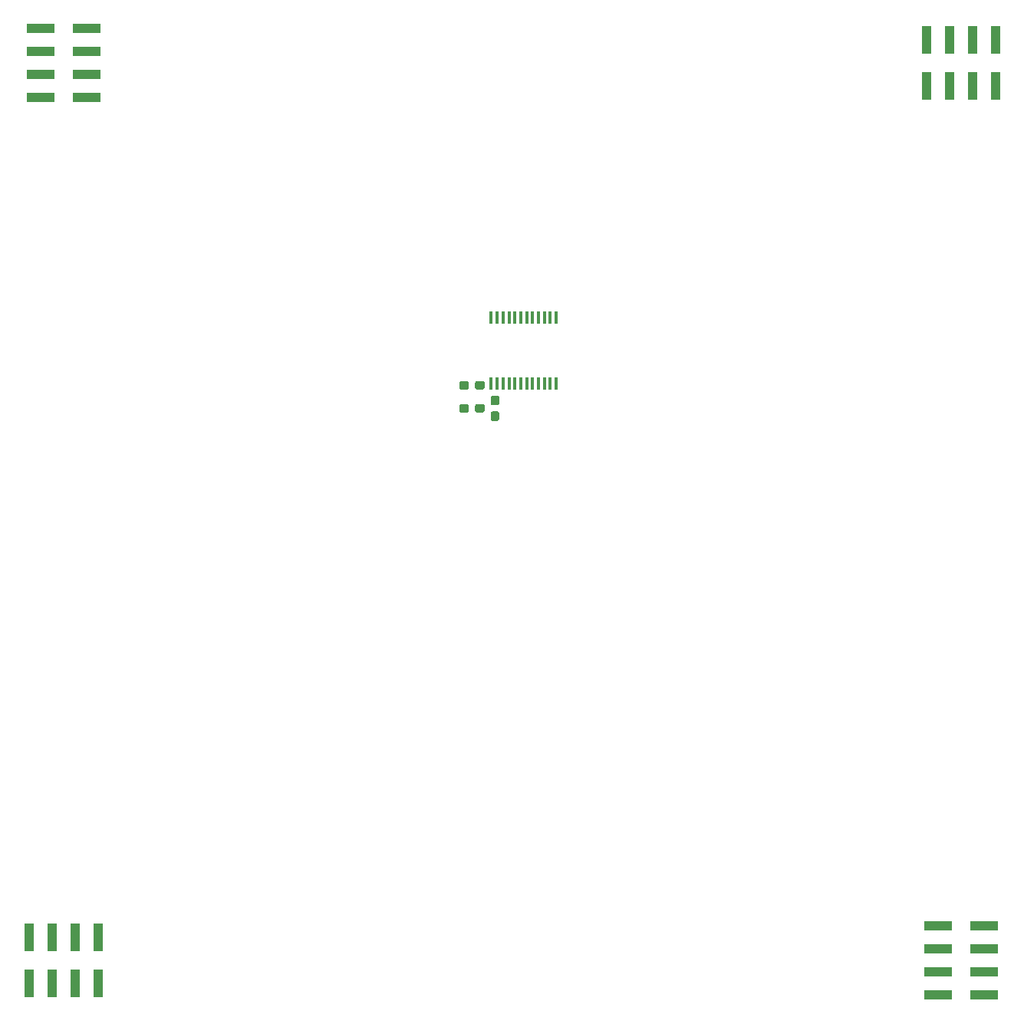
<source format=gbr>
G04 #@! TF.GenerationSoftware,KiCad,Pcbnew,(5.1.5)-3*
G04 #@! TF.CreationDate,2021-04-02T02:22:22+08:00*
G04 #@! TF.ProjectId,FilamentLEDWall,46696c61-6d65-46e7-944c-454457616c6c,rev?*
G04 #@! TF.SameCoordinates,Original*
G04 #@! TF.FileFunction,Paste,Bot*
G04 #@! TF.FilePolarity,Positive*
%FSLAX46Y46*%
G04 Gerber Fmt 4.6, Leading zero omitted, Abs format (unit mm)*
G04 Created by KiCad (PCBNEW (5.1.5)-3) date 2021-04-02 02:22:22*
%MOMM*%
%LPD*%
G04 APERTURE LIST*
%ADD10C,0.100000*%
%ADD11R,1.000000X3.150000*%
%ADD12R,3.150000X1.000000*%
%ADD13R,0.347980X1.397000*%
G04 APERTURE END LIST*
D10*
G36*
X113555779Y-69991144D02*
G01*
X113578834Y-69994563D01*
X113601443Y-70000227D01*
X113623387Y-70008079D01*
X113644457Y-70018044D01*
X113664448Y-70030026D01*
X113683168Y-70043910D01*
X113700438Y-70059562D01*
X113716090Y-70076832D01*
X113729974Y-70095552D01*
X113741956Y-70115543D01*
X113751921Y-70136613D01*
X113759773Y-70158557D01*
X113765437Y-70181166D01*
X113768856Y-70204221D01*
X113770000Y-70227500D01*
X113770000Y-70802500D01*
X113768856Y-70825779D01*
X113765437Y-70848834D01*
X113759773Y-70871443D01*
X113751921Y-70893387D01*
X113741956Y-70914457D01*
X113729974Y-70934448D01*
X113716090Y-70953168D01*
X113700438Y-70970438D01*
X113683168Y-70986090D01*
X113664448Y-70999974D01*
X113644457Y-71011956D01*
X113623387Y-71021921D01*
X113601443Y-71029773D01*
X113578834Y-71035437D01*
X113555779Y-71038856D01*
X113532500Y-71040000D01*
X113057500Y-71040000D01*
X113034221Y-71038856D01*
X113011166Y-71035437D01*
X112988557Y-71029773D01*
X112966613Y-71021921D01*
X112945543Y-71011956D01*
X112925552Y-70999974D01*
X112906832Y-70986090D01*
X112889562Y-70970438D01*
X112873910Y-70953168D01*
X112860026Y-70934448D01*
X112848044Y-70914457D01*
X112838079Y-70893387D01*
X112830227Y-70871443D01*
X112824563Y-70848834D01*
X112821144Y-70825779D01*
X112820000Y-70802500D01*
X112820000Y-70227500D01*
X112821144Y-70204221D01*
X112824563Y-70181166D01*
X112830227Y-70158557D01*
X112838079Y-70136613D01*
X112848044Y-70115543D01*
X112860026Y-70095552D01*
X112873910Y-70076832D01*
X112889562Y-70059562D01*
X112906832Y-70043910D01*
X112925552Y-70030026D01*
X112945543Y-70018044D01*
X112966613Y-70008079D01*
X112988557Y-70000227D01*
X113011166Y-69994563D01*
X113034221Y-69991144D01*
X113057500Y-69990000D01*
X113532500Y-69990000D01*
X113555779Y-69991144D01*
G37*
G36*
X113555779Y-68241144D02*
G01*
X113578834Y-68244563D01*
X113601443Y-68250227D01*
X113623387Y-68258079D01*
X113644457Y-68268044D01*
X113664448Y-68280026D01*
X113683168Y-68293910D01*
X113700438Y-68309562D01*
X113716090Y-68326832D01*
X113729974Y-68345552D01*
X113741956Y-68365543D01*
X113751921Y-68386613D01*
X113759773Y-68408557D01*
X113765437Y-68431166D01*
X113768856Y-68454221D01*
X113770000Y-68477500D01*
X113770000Y-69052500D01*
X113768856Y-69075779D01*
X113765437Y-69098834D01*
X113759773Y-69121443D01*
X113751921Y-69143387D01*
X113741956Y-69164457D01*
X113729974Y-69184448D01*
X113716090Y-69203168D01*
X113700438Y-69220438D01*
X113683168Y-69236090D01*
X113664448Y-69249974D01*
X113644457Y-69261956D01*
X113623387Y-69271921D01*
X113601443Y-69279773D01*
X113578834Y-69285437D01*
X113555779Y-69288856D01*
X113532500Y-69290000D01*
X113057500Y-69290000D01*
X113034221Y-69288856D01*
X113011166Y-69285437D01*
X112988557Y-69279773D01*
X112966613Y-69271921D01*
X112945543Y-69261956D01*
X112925552Y-69249974D01*
X112906832Y-69236090D01*
X112889562Y-69220438D01*
X112873910Y-69203168D01*
X112860026Y-69184448D01*
X112848044Y-69164457D01*
X112838079Y-69143387D01*
X112830227Y-69121443D01*
X112824563Y-69098834D01*
X112821144Y-69075779D01*
X112820000Y-69052500D01*
X112820000Y-68477500D01*
X112821144Y-68454221D01*
X112824563Y-68431166D01*
X112830227Y-68408557D01*
X112838079Y-68386613D01*
X112848044Y-68365543D01*
X112860026Y-68345552D01*
X112873910Y-68326832D01*
X112889562Y-68309562D01*
X112906832Y-68293910D01*
X112925552Y-68280026D01*
X112945543Y-68268044D01*
X112966613Y-68258079D01*
X112988557Y-68250227D01*
X113011166Y-68244563D01*
X113034221Y-68241144D01*
X113057500Y-68240000D01*
X113532500Y-68240000D01*
X113555779Y-68241144D01*
G37*
G36*
X110190779Y-66626144D02*
G01*
X110213834Y-66629563D01*
X110236443Y-66635227D01*
X110258387Y-66643079D01*
X110279457Y-66653044D01*
X110299448Y-66665026D01*
X110318168Y-66678910D01*
X110335438Y-66694562D01*
X110351090Y-66711832D01*
X110364974Y-66730552D01*
X110376956Y-66750543D01*
X110386921Y-66771613D01*
X110394773Y-66793557D01*
X110400437Y-66816166D01*
X110403856Y-66839221D01*
X110405000Y-66862500D01*
X110405000Y-67337500D01*
X110403856Y-67360779D01*
X110400437Y-67383834D01*
X110394773Y-67406443D01*
X110386921Y-67428387D01*
X110376956Y-67449457D01*
X110364974Y-67469448D01*
X110351090Y-67488168D01*
X110335438Y-67505438D01*
X110318168Y-67521090D01*
X110299448Y-67534974D01*
X110279457Y-67546956D01*
X110258387Y-67556921D01*
X110236443Y-67564773D01*
X110213834Y-67570437D01*
X110190779Y-67573856D01*
X110167500Y-67575000D01*
X109592500Y-67575000D01*
X109569221Y-67573856D01*
X109546166Y-67570437D01*
X109523557Y-67564773D01*
X109501613Y-67556921D01*
X109480543Y-67546956D01*
X109460552Y-67534974D01*
X109441832Y-67521090D01*
X109424562Y-67505438D01*
X109408910Y-67488168D01*
X109395026Y-67469448D01*
X109383044Y-67449457D01*
X109373079Y-67428387D01*
X109365227Y-67406443D01*
X109359563Y-67383834D01*
X109356144Y-67360779D01*
X109355000Y-67337500D01*
X109355000Y-66862500D01*
X109356144Y-66839221D01*
X109359563Y-66816166D01*
X109365227Y-66793557D01*
X109373079Y-66771613D01*
X109383044Y-66750543D01*
X109395026Y-66730552D01*
X109408910Y-66711832D01*
X109424562Y-66694562D01*
X109441832Y-66678910D01*
X109460552Y-66665026D01*
X109480543Y-66653044D01*
X109501613Y-66643079D01*
X109523557Y-66635227D01*
X109546166Y-66629563D01*
X109569221Y-66626144D01*
X109592500Y-66625000D01*
X110167500Y-66625000D01*
X110190779Y-66626144D01*
G37*
G36*
X111940779Y-66626144D02*
G01*
X111963834Y-66629563D01*
X111986443Y-66635227D01*
X112008387Y-66643079D01*
X112029457Y-66653044D01*
X112049448Y-66665026D01*
X112068168Y-66678910D01*
X112085438Y-66694562D01*
X112101090Y-66711832D01*
X112114974Y-66730552D01*
X112126956Y-66750543D01*
X112136921Y-66771613D01*
X112144773Y-66793557D01*
X112150437Y-66816166D01*
X112153856Y-66839221D01*
X112155000Y-66862500D01*
X112155000Y-67337500D01*
X112153856Y-67360779D01*
X112150437Y-67383834D01*
X112144773Y-67406443D01*
X112136921Y-67428387D01*
X112126956Y-67449457D01*
X112114974Y-67469448D01*
X112101090Y-67488168D01*
X112085438Y-67505438D01*
X112068168Y-67521090D01*
X112049448Y-67534974D01*
X112029457Y-67546956D01*
X112008387Y-67556921D01*
X111986443Y-67564773D01*
X111963834Y-67570437D01*
X111940779Y-67573856D01*
X111917500Y-67575000D01*
X111342500Y-67575000D01*
X111319221Y-67573856D01*
X111296166Y-67570437D01*
X111273557Y-67564773D01*
X111251613Y-67556921D01*
X111230543Y-67546956D01*
X111210552Y-67534974D01*
X111191832Y-67521090D01*
X111174562Y-67505438D01*
X111158910Y-67488168D01*
X111145026Y-67469448D01*
X111133044Y-67449457D01*
X111123079Y-67428387D01*
X111115227Y-67406443D01*
X111109563Y-67383834D01*
X111106144Y-67360779D01*
X111105000Y-67337500D01*
X111105000Y-66862500D01*
X111106144Y-66839221D01*
X111109563Y-66816166D01*
X111115227Y-66793557D01*
X111123079Y-66771613D01*
X111133044Y-66750543D01*
X111145026Y-66730552D01*
X111158910Y-66711832D01*
X111174562Y-66694562D01*
X111191832Y-66678910D01*
X111210552Y-66665026D01*
X111230543Y-66653044D01*
X111251613Y-66643079D01*
X111273557Y-66635227D01*
X111296166Y-66629563D01*
X111319221Y-66626144D01*
X111342500Y-66625000D01*
X111917500Y-66625000D01*
X111940779Y-66626144D01*
G37*
G36*
X110190779Y-69166144D02*
G01*
X110213834Y-69169563D01*
X110236443Y-69175227D01*
X110258387Y-69183079D01*
X110279457Y-69193044D01*
X110299448Y-69205026D01*
X110318168Y-69218910D01*
X110335438Y-69234562D01*
X110351090Y-69251832D01*
X110364974Y-69270552D01*
X110376956Y-69290543D01*
X110386921Y-69311613D01*
X110394773Y-69333557D01*
X110400437Y-69356166D01*
X110403856Y-69379221D01*
X110405000Y-69402500D01*
X110405000Y-69877500D01*
X110403856Y-69900779D01*
X110400437Y-69923834D01*
X110394773Y-69946443D01*
X110386921Y-69968387D01*
X110376956Y-69989457D01*
X110364974Y-70009448D01*
X110351090Y-70028168D01*
X110335438Y-70045438D01*
X110318168Y-70061090D01*
X110299448Y-70074974D01*
X110279457Y-70086956D01*
X110258387Y-70096921D01*
X110236443Y-70104773D01*
X110213834Y-70110437D01*
X110190779Y-70113856D01*
X110167500Y-70115000D01*
X109592500Y-70115000D01*
X109569221Y-70113856D01*
X109546166Y-70110437D01*
X109523557Y-70104773D01*
X109501613Y-70096921D01*
X109480543Y-70086956D01*
X109460552Y-70074974D01*
X109441832Y-70061090D01*
X109424562Y-70045438D01*
X109408910Y-70028168D01*
X109395026Y-70009448D01*
X109383044Y-69989457D01*
X109373079Y-69968387D01*
X109365227Y-69946443D01*
X109359563Y-69923834D01*
X109356144Y-69900779D01*
X109355000Y-69877500D01*
X109355000Y-69402500D01*
X109356144Y-69379221D01*
X109359563Y-69356166D01*
X109365227Y-69333557D01*
X109373079Y-69311613D01*
X109383044Y-69290543D01*
X109395026Y-69270552D01*
X109408910Y-69251832D01*
X109424562Y-69234562D01*
X109441832Y-69218910D01*
X109460552Y-69205026D01*
X109480543Y-69193044D01*
X109501613Y-69183079D01*
X109523557Y-69175227D01*
X109546166Y-69169563D01*
X109569221Y-69166144D01*
X109592500Y-69165000D01*
X110167500Y-69165000D01*
X110190779Y-69166144D01*
G37*
G36*
X111940779Y-69166144D02*
G01*
X111963834Y-69169563D01*
X111986443Y-69175227D01*
X112008387Y-69183079D01*
X112029457Y-69193044D01*
X112049448Y-69205026D01*
X112068168Y-69218910D01*
X112085438Y-69234562D01*
X112101090Y-69251832D01*
X112114974Y-69270552D01*
X112126956Y-69290543D01*
X112136921Y-69311613D01*
X112144773Y-69333557D01*
X112150437Y-69356166D01*
X112153856Y-69379221D01*
X112155000Y-69402500D01*
X112155000Y-69877500D01*
X112153856Y-69900779D01*
X112150437Y-69923834D01*
X112144773Y-69946443D01*
X112136921Y-69968387D01*
X112126956Y-69989457D01*
X112114974Y-70009448D01*
X112101090Y-70028168D01*
X112085438Y-70045438D01*
X112068168Y-70061090D01*
X112049448Y-70074974D01*
X112029457Y-70086956D01*
X112008387Y-70096921D01*
X111986443Y-70104773D01*
X111963834Y-70110437D01*
X111940779Y-70113856D01*
X111917500Y-70115000D01*
X111342500Y-70115000D01*
X111319221Y-70113856D01*
X111296166Y-70110437D01*
X111273557Y-70104773D01*
X111251613Y-70096921D01*
X111230543Y-70086956D01*
X111210552Y-70074974D01*
X111191832Y-70061090D01*
X111174562Y-70045438D01*
X111158910Y-70028168D01*
X111145026Y-70009448D01*
X111133044Y-69989457D01*
X111123079Y-69968387D01*
X111115227Y-69946443D01*
X111109563Y-69923834D01*
X111106144Y-69900779D01*
X111105000Y-69877500D01*
X111105000Y-69402500D01*
X111106144Y-69379221D01*
X111109563Y-69356166D01*
X111115227Y-69333557D01*
X111123079Y-69311613D01*
X111133044Y-69290543D01*
X111145026Y-69270552D01*
X111158910Y-69251832D01*
X111174562Y-69234562D01*
X111191832Y-69218910D01*
X111210552Y-69205026D01*
X111230543Y-69193044D01*
X111251613Y-69183079D01*
X111273557Y-69175227D01*
X111296166Y-69169563D01*
X111319221Y-69166144D01*
X111342500Y-69165000D01*
X111917500Y-69165000D01*
X111940779Y-69166144D01*
G37*
D11*
X168540000Y-34065000D03*
X168540000Y-29015000D03*
X166000000Y-34065000D03*
X166000000Y-29015000D03*
X163460000Y-34065000D03*
X163460000Y-29015000D03*
X160920000Y-34065000D03*
X160920000Y-29015000D03*
D12*
X162205000Y-134410000D03*
X167255000Y-134410000D03*
X162205000Y-131870000D03*
X167255000Y-131870000D03*
X162205000Y-129330000D03*
X167255000Y-129330000D03*
X162205000Y-126790000D03*
X167255000Y-126790000D03*
D11*
X61860000Y-128075000D03*
X61860000Y-133125000D03*
X64400000Y-128075000D03*
X64400000Y-133125000D03*
X66940000Y-128075000D03*
X66940000Y-133125000D03*
X69480000Y-128075000D03*
X69480000Y-133125000D03*
D12*
X68195000Y-27730000D03*
X63145000Y-27730000D03*
X68195000Y-30270000D03*
X63145000Y-30270000D03*
X68195000Y-32810000D03*
X63145000Y-32810000D03*
X68195000Y-35350000D03*
X63145000Y-35350000D03*
D13*
X112896220Y-66945060D03*
X113546460Y-66945060D03*
X114196700Y-66945060D03*
X114846940Y-66945060D03*
X115497180Y-66945060D03*
X116147420Y-66945060D03*
X116792580Y-66945060D03*
X117442820Y-66945060D03*
X118093060Y-66945060D03*
X118743300Y-66945060D03*
X119393540Y-66945060D03*
X120043780Y-66945060D03*
X120043780Y-59634940D03*
X119393540Y-59634940D03*
X118743300Y-59634940D03*
X118093060Y-59634940D03*
X117442820Y-59634940D03*
X116792580Y-59634940D03*
X116147420Y-59634940D03*
X115497180Y-59634940D03*
X114846940Y-59634940D03*
X114196700Y-59634940D03*
X113546460Y-59634940D03*
X112896220Y-59634940D03*
M02*

</source>
